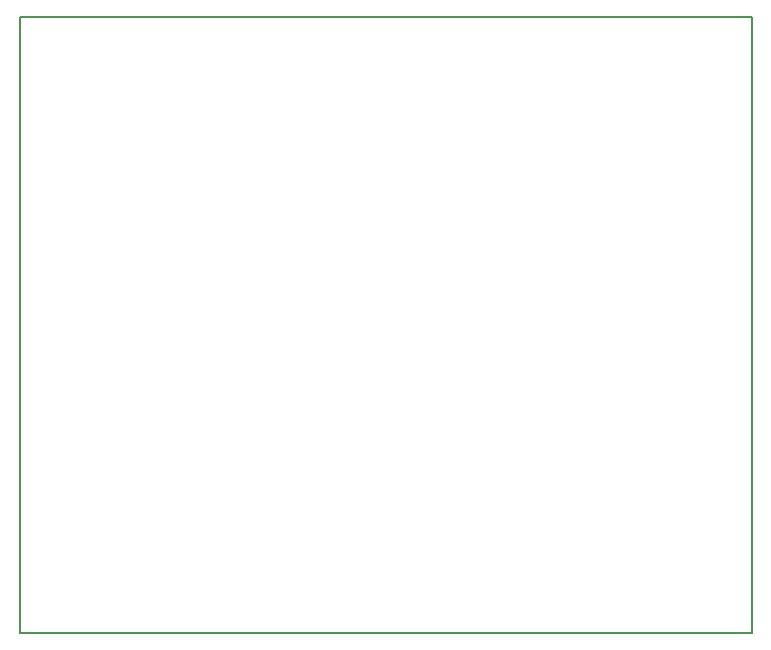
<source format=gbr>
%TF.GenerationSoftware,KiCad,Pcbnew,7.0.1*%
%TF.CreationDate,2023-05-22T19:39:57-04:00*%
%TF.ProjectId,Drone_PCB,44726f6e-655f-4504-9342-2e6b69636164,rev?*%
%TF.SameCoordinates,Original*%
%TF.FileFunction,Profile,NP*%
%FSLAX46Y46*%
G04 Gerber Fmt 4.6, Leading zero omitted, Abs format (unit mm)*
G04 Created by KiCad (PCBNEW 7.0.1) date 2023-05-22 19:39:57*
%MOMM*%
%LPD*%
G01*
G04 APERTURE LIST*
%TA.AperFunction,Profile*%
%ADD10C,0.200000*%
%TD*%
G04 APERTURE END LIST*
D10*
X167000000Y-66600000D02*
X229000000Y-66600000D01*
X229000000Y-118800000D01*
X167000000Y-118800000D01*
X167000000Y-66600000D01*
M02*

</source>
